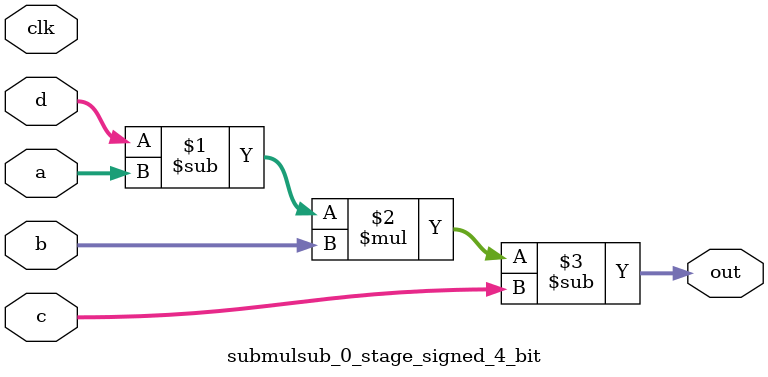
<source format=sv>
(* use_dsp = "yes" *) module submulsub_0_stage_signed_4_bit(
	input signed [3:0] a,
	input signed [3:0] b,
	input signed [3:0] c,
	input signed [3:0] d,
	output [3:0] out,
	input clk);

	assign out = ((d - a) * b) - c;
endmodule

</source>
